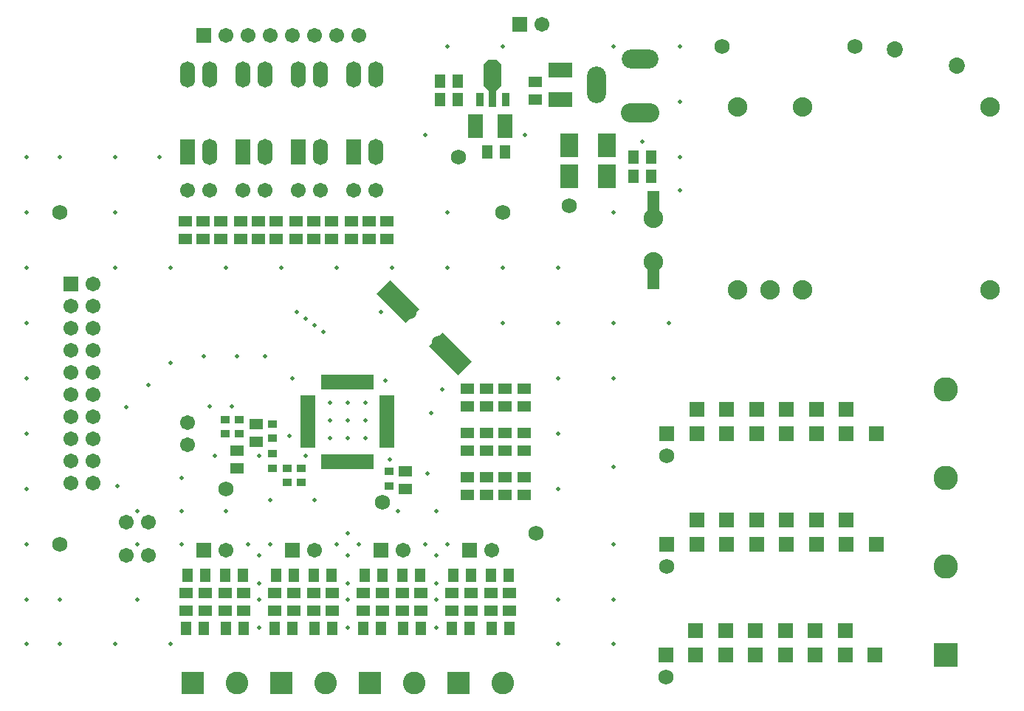
<source format=gts>
%FSLAX25Y25*%
%MOIN*%
G70*
G01*
G75*
G04 Layer_Color=8388736*
G04:AMPARAMS|DCode=10|XSize=78.74mil|YSize=177.16mil|CornerRadius=0mil|HoleSize=0mil|Usage=FLASHONLY|Rotation=45.000|XOffset=0mil|YOffset=0mil|HoleType=Round|Shape=Rectangle|*
%AMROTATEDRECTD10*
4,1,4,0.03480,-0.09048,-0.09048,0.03480,-0.03480,0.09048,0.09048,-0.03480,0.03480,-0.09048,0.0*
%
%ADD10ROTATEDRECTD10*%

%ADD11R,0.05500X0.04000*%
%ADD12O,0.06000X0.11024*%
%ADD13R,0.06000X0.11024*%
G04:AMPARAMS|DCode=14|XSize=74.8mil|YSize=129.92mil|CornerRadius=0mil|HoleSize=0mil|Usage=FLASHONLY|Rotation=0.000|XOffset=0mil|YOffset=0mil|HoleType=Round|Shape=Octagon|*
%AMOCTAGOND14*
4,1,8,-0.01870,0.06496,0.01870,0.06496,0.03740,0.04626,0.03740,-0.04626,0.01870,-0.06496,-0.01870,-0.06496,-0.03740,-0.04626,-0.03740,0.04626,-0.01870,0.06496,0.0*
%
%ADD14OCTAGOND14*%

%ADD15R,0.02756X0.07087*%
%ADD16R,0.02756X0.05315*%
%ADD17R,0.04000X0.05500*%
%ADD18R,0.06000X0.06000*%
%ADD19R,0.07500X0.10000*%
%ADD20R,0.03500X0.03000*%
%ADD21R,0.06000X0.10000*%
%ADD22R,0.10000X0.06000*%
%ADD23R,0.04725X0.13779*%
%ADD24R,0.04725X0.13779*%
%ADD25R,0.06299X0.01181*%
%ADD26R,0.01181X0.06299*%
%ADD27C,0.02500*%
%ADD28C,0.05000*%
%ADD29C,0.01200*%
%ADD30C,0.01000*%
%ADD31C,0.02000*%
%ADD32C,0.03000*%
%ADD33C,0.01500*%
%ADD34C,0.06000*%
%ADD35R,0.05906X0.05906*%
%ADD36C,0.05906*%
%ADD37C,0.06500*%
%ADD38O,0.07874X0.15748*%
%ADD39O,0.15748X0.07874*%
%ADD40O,0.16535X0.07874*%
%ADD41R,0.10236X0.10236*%
%ADD42C,0.10236*%
%ADD43R,0.09449X0.09449*%
%ADD44C,0.09449*%
%ADD45R,0.05906X0.05906*%
%ADD46C,0.08000*%
%ADD47C,0.02000*%
%ADD48R,0.05000X0.06000*%
%ADD49C,0.00800*%
%ADD50C,0.01600*%
%ADD51C,0.00100*%
%ADD52C,0.01969*%
%ADD53C,0.04000*%
%ADD54C,0.00787*%
%ADD55C,0.00600*%
%ADD56R,0.05000X0.00400*%
%ADD57R,0.00400X0.05000*%
G04:AMPARAMS|DCode=58|XSize=86.74mil|YSize=185.17mil|CornerRadius=0mil|HoleSize=0mil|Usage=FLASHONLY|Rotation=45.000|XOffset=0mil|YOffset=0mil|HoleType=Round|Shape=Rectangle|*
%AMROTATEDRECTD58*
4,1,4,0.03480,-0.09613,-0.09613,0.03480,-0.03480,0.09613,0.09613,-0.03480,0.03480,-0.09613,0.0*
%
%ADD58ROTATEDRECTD58*%

%ADD59R,0.06300X0.04800*%
%ADD60O,0.06800X0.11824*%
%ADD61R,0.06800X0.11824*%
G04:AMPARAMS|DCode=62|XSize=82.8mil|YSize=137.92mil|CornerRadius=0mil|HoleSize=0mil|Usage=FLASHONLY|Rotation=0.000|XOffset=0mil|YOffset=0mil|HoleType=Round|Shape=Octagon|*
%AMOCTAGOND62*
4,1,8,-0.02070,0.06896,0.02070,0.06896,0.04140,0.04826,0.04140,-0.04826,0.02070,-0.06896,-0.02070,-0.06896,-0.04140,-0.04826,-0.04140,0.04826,-0.02070,0.06896,0.0*
%
%ADD62OCTAGOND62*%

%ADD63R,0.03556X0.07887*%
%ADD64R,0.03556X0.06115*%
%ADD65R,0.04800X0.06300*%
%ADD66R,0.06800X0.06800*%
%ADD67R,0.08300X0.10800*%
%ADD68R,0.04300X0.03800*%
%ADD69R,0.06800X0.10800*%
%ADD70R,0.10800X0.06800*%
%ADD71R,0.05525X0.14579*%
%ADD72R,0.05525X0.14579*%
%ADD73R,0.07099X0.01981*%
%ADD74R,0.01981X0.07099*%
%ADD75C,0.06800*%
%ADD76R,0.06706X0.06706*%
%ADD77C,0.06706*%
%ADD78C,0.07300*%
%ADD79O,0.08674X0.16548*%
%ADD80O,0.16548X0.08674*%
%ADD81O,0.17335X0.08674*%
%ADD82R,0.11036X0.11036*%
%ADD83C,0.11036*%
%ADD84R,0.10249X0.10249*%
%ADD85C,0.10249*%
%ADD86R,0.06706X0.06706*%
%ADD87C,0.08800*%
D47*
X195000Y-235000D02*
D03*
X80000Y-220000D02*
D03*
X70000Y-75000D02*
D03*
X75000Y-125000D02*
D03*
X190000Y-65000D02*
D03*
X275000Y-100000D02*
D03*
X200000Y-25000D02*
D03*
X225000D02*
D03*
X10000Y-275000D02*
D03*
Y-250000D02*
D03*
Y-225000D02*
D03*
Y-200000D02*
D03*
Y-175000D02*
D03*
Y-150000D02*
D03*
X55000Y-188000D02*
D03*
X65000Y-178000D02*
D03*
X75000Y-168000D02*
D03*
X132000Y-145000D02*
D03*
X25000Y-75000D02*
D03*
X60000Y-235000D02*
D03*
X92500Y-187500D02*
D03*
X155000Y-202000D02*
D03*
X147000D02*
D03*
X163000D02*
D03*
X147000Y-194000D02*
D03*
X155000D02*
D03*
X163000D02*
D03*
X147000Y-186000D02*
D03*
X155000D02*
D03*
X163000D02*
D03*
X136000Y-148000D02*
D03*
X140000Y-151000D02*
D03*
X144000Y-154000D02*
D03*
X110000Y-250000D02*
D03*
X120000D02*
D03*
X115000Y-255000D02*
D03*
Y-267500D02*
D03*
Y-275000D02*
D03*
Y-287500D02*
D03*
X155000Y-275000D02*
D03*
Y-287500D02*
D03*
Y-267500D02*
D03*
Y-255000D02*
D03*
X150000Y-250000D02*
D03*
X160000D02*
D03*
X155000Y-245000D02*
D03*
X190000Y-250000D02*
D03*
X200000D02*
D03*
X195000Y-255000D02*
D03*
Y-267500D02*
D03*
Y-275000D02*
D03*
Y-287500D02*
D03*
X192500Y-190500D02*
D03*
X172000Y-176000D02*
D03*
X130000Y-175000D02*
D03*
X117500Y-165000D02*
D03*
X105000D02*
D03*
X90000D02*
D03*
X102500Y-187500D02*
D03*
X95000Y-210000D02*
D03*
X115000D02*
D03*
X128500Y-201000D02*
D03*
X174000Y-211500D02*
D03*
X191000Y-218000D02*
D03*
X177500Y-235000D02*
D03*
X136000Y-210000D02*
D03*
X197500Y-180000D02*
D03*
X10000Y-295000D02*
D03*
X25000Y-275000D02*
D03*
X50000Y-295000D02*
D03*
X25000D02*
D03*
X75000D02*
D03*
X60000Y-275000D02*
D03*
X100000Y-235000D02*
D03*
X60000Y-250000D02*
D03*
X120000Y-230000D02*
D03*
X80000Y-250000D02*
D03*
X300000Y-150000D02*
D03*
X275000D02*
D03*
X250000Y-125000D02*
D03*
Y-150000D02*
D03*
X225000D02*
D03*
X275000Y-175000D02*
D03*
X250000D02*
D03*
X225000Y-125000D02*
D03*
X200000D02*
D03*
Y-100000D02*
D03*
X235000Y-65000D02*
D03*
X275000Y-25000D02*
D03*
X288000Y-68000D02*
D03*
X175000Y-125000D02*
D03*
X125000D02*
D03*
X150000D02*
D03*
X100000D02*
D03*
X50000D02*
D03*
Y-100000D02*
D03*
X80000Y-235000D02*
D03*
X275000Y-275000D02*
D03*
Y-295000D02*
D03*
X250000D02*
D03*
Y-275000D02*
D03*
X275000Y-250000D02*
D03*
X250000Y-225000D02*
D03*
X275000Y-215000D02*
D03*
X250000Y-200000D02*
D03*
X140000Y-230000D02*
D03*
X10000Y-100000D02*
D03*
Y-125000D02*
D03*
Y-75000D02*
D03*
X170000Y-145000D02*
D03*
X51000Y-223500D02*
D03*
X305000Y-90000D02*
D03*
Y-75000D02*
D03*
Y-25000D02*
D03*
Y-50000D02*
D03*
X50000Y-75000D02*
D03*
D58*
X177628Y-140128D02*
D03*
X201291Y-163791D02*
D03*
D59*
X105000Y-215500D02*
D03*
Y-207500D02*
D03*
X217500Y-179500D02*
D03*
Y-187500D02*
D03*
X234500D02*
D03*
Y-179500D02*
D03*
X217500Y-199500D02*
D03*
Y-207500D02*
D03*
X234500D02*
D03*
Y-199500D02*
D03*
X164500Y-104000D02*
D03*
Y-112000D02*
D03*
X217500Y-227500D02*
D03*
Y-219500D02*
D03*
X234500D02*
D03*
Y-227500D02*
D03*
X172500Y-104000D02*
D03*
Y-112000D02*
D03*
X139500Y-104000D02*
D03*
Y-112000D02*
D03*
X147500Y-104000D02*
D03*
Y-112000D02*
D03*
X219500Y-280000D02*
D03*
Y-272000D02*
D03*
X179500D02*
D03*
Y-280000D02*
D03*
X114500Y-104000D02*
D03*
Y-112000D02*
D03*
X122500Y-104000D02*
D03*
Y-112000D02*
D03*
X210500Y-280000D02*
D03*
Y-272000D02*
D03*
X170500D02*
D03*
Y-280000D02*
D03*
X89500Y-104000D02*
D03*
Y-112000D02*
D03*
X139500Y-272000D02*
D03*
Y-280000D02*
D03*
X99500Y-272000D02*
D03*
Y-280000D02*
D03*
X97500Y-104000D02*
D03*
Y-112000D02*
D03*
X130500Y-280000D02*
D03*
Y-272000D02*
D03*
X90500Y-280000D02*
D03*
Y-272000D02*
D03*
X156500Y-104000D02*
D03*
Y-112000D02*
D03*
X131500D02*
D03*
Y-104000D02*
D03*
X106500D02*
D03*
Y-112000D02*
D03*
X81500D02*
D03*
Y-104000D02*
D03*
X209000Y-179500D02*
D03*
Y-187500D02*
D03*
X226000D02*
D03*
Y-179500D02*
D03*
X209000Y-199500D02*
D03*
Y-207500D02*
D03*
X226000D02*
D03*
Y-199500D02*
D03*
X209000Y-219500D02*
D03*
Y-227500D02*
D03*
X226000D02*
D03*
Y-219500D02*
D03*
X181000Y-217000D02*
D03*
Y-225000D02*
D03*
X113500Y-203500D02*
D03*
Y-195500D02*
D03*
X239500Y-49000D02*
D03*
Y-41000D02*
D03*
X82000Y-272000D02*
D03*
Y-280000D02*
D03*
X122000Y-272000D02*
D03*
Y-280000D02*
D03*
X108000D02*
D03*
Y-272000D02*
D03*
X148000Y-280000D02*
D03*
Y-272000D02*
D03*
X162000D02*
D03*
Y-280000D02*
D03*
X202000Y-272000D02*
D03*
Y-280000D02*
D03*
X188000D02*
D03*
Y-272000D02*
D03*
X228000Y-280000D02*
D03*
Y-272000D02*
D03*
D60*
X167500Y-37500D02*
D03*
Y-72500D02*
D03*
X157500Y-37500D02*
D03*
X142500D02*
D03*
Y-72500D02*
D03*
X132500Y-37500D02*
D03*
X117500D02*
D03*
Y-72500D02*
D03*
X107500Y-37500D02*
D03*
X92500D02*
D03*
Y-72500D02*
D03*
X82500Y-37500D02*
D03*
D61*
X157500Y-72500D02*
D03*
X132500D02*
D03*
X107500D02*
D03*
X82500D02*
D03*
D62*
X220406Y-38075D02*
D03*
D63*
X220406Y-48114D02*
D03*
D64*
X214500Y-49000D02*
D03*
X226311D02*
D03*
D65*
X228000Y-288000D02*
D03*
X220000D02*
D03*
X180000D02*
D03*
X188000D02*
D03*
X202000D02*
D03*
X210000D02*
D03*
X170000D02*
D03*
X162000D02*
D03*
X148000D02*
D03*
X140000D02*
D03*
X100000D02*
D03*
X108000D02*
D03*
X122000D02*
D03*
X130000D02*
D03*
X90000D02*
D03*
X82000D02*
D03*
X196500Y-49000D02*
D03*
X204500D02*
D03*
Y-40500D02*
D03*
X196500D02*
D03*
X219500Y-264000D02*
D03*
X227500D02*
D03*
X187500D02*
D03*
X179500D02*
D03*
X202500D02*
D03*
X210500D02*
D03*
X170500D02*
D03*
X162500D02*
D03*
X139500D02*
D03*
X147500D02*
D03*
X99500D02*
D03*
X107500D02*
D03*
X130500D02*
D03*
X122500D02*
D03*
X90500D02*
D03*
X82500D02*
D03*
X226000Y-72500D02*
D03*
X218000D02*
D03*
X292000Y-75000D02*
D03*
X284000D02*
D03*
Y-83500D02*
D03*
X292000D02*
D03*
D66*
X312500Y-189000D02*
D03*
X326000D02*
D03*
Y-200000D02*
D03*
X339500D02*
D03*
Y-189000D02*
D03*
X353000D02*
D03*
Y-200000D02*
D03*
X366500D02*
D03*
Y-189000D02*
D03*
X380000D02*
D03*
Y-200000D02*
D03*
X393500D02*
D03*
X312500D02*
D03*
X299000D02*
D03*
X326000Y-239000D02*
D03*
X312500D02*
D03*
X339500Y-250000D02*
D03*
X326000D02*
D03*
X353000Y-239000D02*
D03*
X339500D02*
D03*
X366500Y-250000D02*
D03*
X353000D02*
D03*
X380000Y-239000D02*
D03*
X366500D02*
D03*
X393500Y-250000D02*
D03*
X380000D02*
D03*
X299000D02*
D03*
X312500D02*
D03*
X325500Y-289000D02*
D03*
X312000D02*
D03*
X339000Y-300000D02*
D03*
X325500D02*
D03*
X352500Y-289000D02*
D03*
X339000D02*
D03*
X366000Y-300000D02*
D03*
X352500D02*
D03*
X379500Y-289000D02*
D03*
X366000D02*
D03*
X393000Y-300000D02*
D03*
X379500D02*
D03*
X298500D02*
D03*
X312000D02*
D03*
D67*
X255000Y-69500D02*
D03*
X272000D02*
D03*
Y-83500D02*
D03*
X255000D02*
D03*
D68*
X173500Y-217000D02*
D03*
Y-223500D02*
D03*
X134000Y-215500D02*
D03*
Y-222000D02*
D03*
X121000Y-215500D02*
D03*
Y-209000D02*
D03*
Y-195500D02*
D03*
Y-202000D02*
D03*
X106000Y-200000D02*
D03*
Y-193500D02*
D03*
X127500Y-222000D02*
D03*
Y-215500D02*
D03*
X99500Y-200000D02*
D03*
Y-193500D02*
D03*
D69*
X212500Y-61000D02*
D03*
X226000D02*
D03*
D70*
X251000Y-35500D02*
D03*
Y-49000D02*
D03*
D71*
X293000Y-127264D02*
D03*
D72*
X293000Y-97736D02*
D03*
D73*
X136913Y-205413D02*
D03*
Y-203445D02*
D03*
Y-201476D02*
D03*
Y-199508D02*
D03*
Y-197539D02*
D03*
Y-195571D02*
D03*
Y-193602D02*
D03*
Y-191634D02*
D03*
Y-189665D02*
D03*
Y-187697D02*
D03*
Y-185728D02*
D03*
Y-183760D02*
D03*
X172740D02*
D03*
Y-185728D02*
D03*
Y-187697D02*
D03*
Y-189665D02*
D03*
Y-191634D02*
D03*
Y-193602D02*
D03*
Y-195571D02*
D03*
Y-197539D02*
D03*
Y-199508D02*
D03*
Y-201476D02*
D03*
Y-203445D02*
D03*
Y-205413D02*
D03*
D74*
X144000Y-176673D02*
D03*
X145968D02*
D03*
X147937D02*
D03*
X149906D02*
D03*
X151874D02*
D03*
X153842D02*
D03*
X155811D02*
D03*
X157780D02*
D03*
X159748D02*
D03*
X161716D02*
D03*
X163685D02*
D03*
X165654D02*
D03*
Y-212500D02*
D03*
X163685D02*
D03*
X161716D02*
D03*
X159748D02*
D03*
X157780D02*
D03*
X155811D02*
D03*
X153842D02*
D03*
X151874D02*
D03*
X149906D02*
D03*
X147937D02*
D03*
X145968D02*
D03*
X144000D02*
D03*
D75*
X182500Y-145000D02*
D03*
X196419Y-158919D02*
D03*
X25000Y-250000D02*
D03*
Y-100000D02*
D03*
X299000Y-210000D02*
D03*
Y-260000D02*
D03*
X298500Y-310000D02*
D03*
X170500Y-231000D02*
D03*
X100000Y-225000D02*
D03*
X205000Y-75000D02*
D03*
X255000Y-97000D02*
D03*
X384000Y-25000D02*
D03*
X324000D02*
D03*
X225000Y-100000D02*
D03*
X240000Y-245000D02*
D03*
D76*
X210000Y-252500D02*
D03*
X170000D02*
D03*
X130000D02*
D03*
X90000D02*
D03*
X232500Y-15000D02*
D03*
X90000Y-20000D02*
D03*
D77*
X220000Y-252500D02*
D03*
X180000D02*
D03*
X140000D02*
D03*
X100000D02*
D03*
X167500Y-90000D02*
D03*
X157500D02*
D03*
X132500D02*
D03*
X142500D02*
D03*
X117500D02*
D03*
X107500D02*
D03*
X82500D02*
D03*
X92500D02*
D03*
X65000Y-255000D02*
D03*
X55000D02*
D03*
X242500Y-15000D02*
D03*
X40000Y-222165D02*
D03*
X30000D02*
D03*
X40000Y-212165D02*
D03*
X30000D02*
D03*
X40000Y-202165D02*
D03*
X30000D02*
D03*
X40000Y-192165D02*
D03*
X30000D02*
D03*
X40000Y-182165D02*
D03*
X30000D02*
D03*
X40000Y-172165D02*
D03*
X30000D02*
D03*
X40000Y-162165D02*
D03*
X30000D02*
D03*
X40000Y-152165D02*
D03*
X30000D02*
D03*
X40000Y-142165D02*
D03*
X30000D02*
D03*
X40000Y-132165D02*
D03*
X82500Y-205000D02*
D03*
Y-195000D02*
D03*
X65000Y-240000D02*
D03*
X55000D02*
D03*
X100000Y-20000D02*
D03*
X110000D02*
D03*
X120000D02*
D03*
X130000D02*
D03*
X140000D02*
D03*
X150000D02*
D03*
X160000D02*
D03*
D78*
X430000Y-33750D02*
D03*
X402000Y-26250D02*
D03*
D79*
X267315Y-42339D02*
D03*
D80*
X287000Y-30528D02*
D03*
D81*
Y-54937D02*
D03*
D82*
X425000Y-300000D02*
D03*
D83*
Y-260000D02*
D03*
Y-180000D02*
D03*
Y-220000D02*
D03*
D84*
X205000Y-312500D02*
D03*
X165000D02*
D03*
X125000D02*
D03*
X85000D02*
D03*
D85*
X225000D02*
D03*
X185000D02*
D03*
X145000D02*
D03*
X105000D02*
D03*
D86*
X30000Y-132165D02*
D03*
D87*
X293000Y-122343D02*
D03*
X293000Y-102657D02*
D03*
X445000Y-52323D02*
D03*
X360355Y-52323D02*
D03*
X330827Y-52323D02*
D03*
X330827Y-135000D02*
D03*
X445000Y-135000D02*
D03*
X345591Y-135000D02*
D03*
X360355Y-135000D02*
D03*
M02*

</source>
